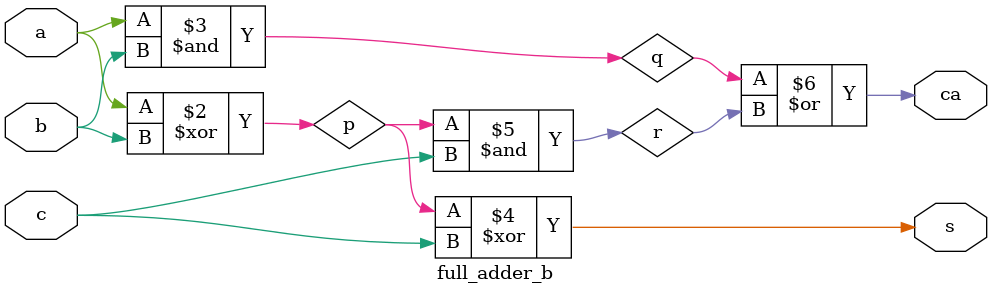
<source format=v>
module full_adder_b(s,ca,a,b,c);
output reg s,ca;
input a,b,c;
reg p,q,r;
always@(a,b,c)
begin
//half_adder_b h1(p,q,a,b);
p=a^b;
q=a&b;
//half_adder_b h2(s,r,p,c);
s=p^c;
r=p&c;
ca=q|r;
end
endmodule

</source>
